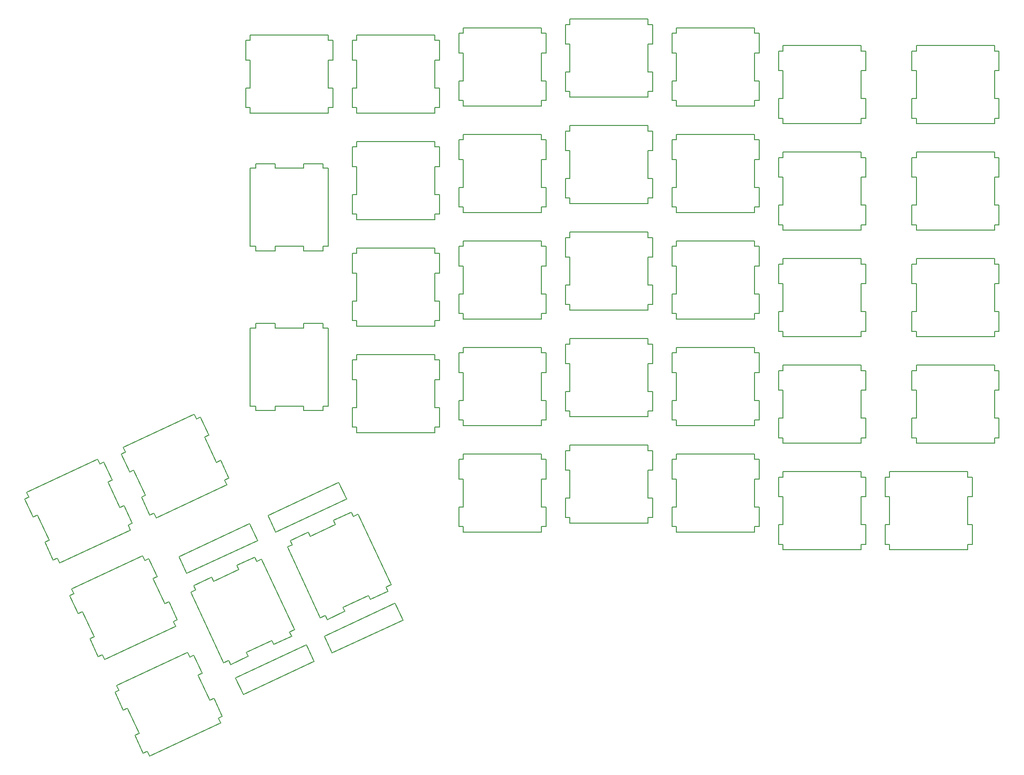
<source format=gbr>
G04 #@! TF.GenerationSoftware,KiCad,Pcbnew,5.1.5+dfsg1-2build2*
G04 #@! TF.CreationDate,2020-10-24T22:39:24+03:00*
G04 #@! TF.ProjectId,ErgoDOX,4572676f-444f-4582-9e6b-696361645f70,rev?*
G04 #@! TF.SameCoordinates,Original*
G04 #@! TF.FileFunction,Other,ECO2*
%FSLAX46Y46*%
G04 Gerber Fmt 4.6, Leading zero omitted, Abs format (unit mm)*
G04 Created by KiCad (PCBNEW 5.1.5+dfsg1-2build2) date 2020-10-24 22:39:24*
%MOMM*%
%LPD*%
G04 APERTURE LIST*
%ADD10C,0.152400*%
G04 APERTURE END LIST*
D10*
X81199854Y-138119710D02*
X82595339Y-141112338D01*
X82595339Y-141112338D02*
X69934220Y-147016315D01*
X69934220Y-147016315D02*
X68538734Y-144023687D01*
X68538734Y-144023687D02*
X81199854Y-138119710D01*
X91290287Y-159758715D02*
X92685773Y-162751343D01*
X92685773Y-162751343D02*
X80024653Y-168655320D01*
X80024653Y-168655320D02*
X78629168Y-165662692D01*
X78629168Y-165662692D02*
X91290287Y-159758715D01*
X64141486Y-176063050D02*
X62746001Y-173070422D01*
X62746001Y-173070422D02*
X75407120Y-167166445D01*
X75407120Y-167166445D02*
X76802606Y-170159073D01*
X76802606Y-170159073D02*
X64141486Y-176063050D01*
X54051053Y-154424045D02*
X52655567Y-151431417D01*
X52655567Y-151431417D02*
X65316687Y-145527440D01*
X65316687Y-145527440D02*
X66712172Y-148520068D01*
X66712172Y-148520068D02*
X54051053Y-154424045D01*
X184467500Y-79067660D02*
X198437500Y-79067660D01*
X198437500Y-79067660D02*
X198437500Y-80048100D01*
X198437500Y-80048100D02*
X199250300Y-80048100D01*
X199250300Y-80048100D02*
X199250300Y-83548220D01*
X199250300Y-83548220D02*
X198437500Y-83548220D01*
X198437500Y-83548220D02*
X198437500Y-88557100D01*
X198437500Y-88557100D02*
X199250300Y-88557100D01*
X199250300Y-88557100D02*
X199250300Y-92057220D01*
X199250300Y-92057220D02*
X198437500Y-92057220D01*
X198437500Y-92057220D02*
X198437500Y-93037660D01*
X198437500Y-93037660D02*
X184467500Y-93037660D01*
X184467500Y-93037660D02*
X184467500Y-92057220D01*
X184467500Y-92057220D02*
X183654700Y-92057220D01*
X183654700Y-92057220D02*
X183654700Y-88557100D01*
X183654700Y-88557100D02*
X184467500Y-88557100D01*
X184467500Y-88557100D02*
X184467500Y-83548220D01*
X184467500Y-83548220D02*
X183654700Y-83548220D01*
X183654700Y-83548220D02*
X183654700Y-80048100D01*
X183654700Y-80048100D02*
X184467500Y-80048100D01*
X184467500Y-80048100D02*
X184467500Y-79067660D01*
X184467500Y-117167660D02*
X198437500Y-117167660D01*
X198437500Y-117167660D02*
X198437500Y-118148100D01*
X198437500Y-118148100D02*
X199250300Y-118148100D01*
X199250300Y-118148100D02*
X199250300Y-121648220D01*
X199250300Y-121648220D02*
X198437500Y-121648220D01*
X198437500Y-121648220D02*
X198437500Y-126657100D01*
X198437500Y-126657100D02*
X199250300Y-126657100D01*
X199250300Y-126657100D02*
X199250300Y-130157220D01*
X199250300Y-130157220D02*
X198437500Y-130157220D01*
X198437500Y-130157220D02*
X198437500Y-131137660D01*
X198437500Y-131137660D02*
X184467500Y-131137660D01*
X184467500Y-131137660D02*
X184467500Y-130157220D01*
X184467500Y-130157220D02*
X183654700Y-130157220D01*
X183654700Y-130157220D02*
X183654700Y-126657100D01*
X183654700Y-126657100D02*
X184467500Y-126657100D01*
X184467500Y-126657100D02*
X184467500Y-121648220D01*
X184467500Y-121648220D02*
X183654700Y-121648220D01*
X183654700Y-121648220D02*
X183654700Y-118148100D01*
X183654700Y-118148100D02*
X184467500Y-118148100D01*
X184467500Y-118148100D02*
X184467500Y-117167660D01*
X184467500Y-60020200D02*
X198437500Y-60020200D01*
X198437500Y-60020200D02*
X198437500Y-61000640D01*
X198437500Y-61000640D02*
X199250300Y-61000640D01*
X199250300Y-61000640D02*
X199250300Y-64500760D01*
X199250300Y-64500760D02*
X198437500Y-64500760D01*
X198437500Y-64500760D02*
X198437500Y-69509640D01*
X198437500Y-69509640D02*
X199250300Y-69509640D01*
X199250300Y-69509640D02*
X199250300Y-73009760D01*
X199250300Y-73009760D02*
X198437500Y-73009760D01*
X198437500Y-73009760D02*
X198437500Y-73990200D01*
X198437500Y-73990200D02*
X184467500Y-73990200D01*
X184467500Y-73990200D02*
X184467500Y-73009760D01*
X184467500Y-73009760D02*
X183654700Y-73009760D01*
X183654700Y-73009760D02*
X183654700Y-69509640D01*
X183654700Y-69509640D02*
X184467500Y-69509640D01*
X184467500Y-69509640D02*
X184467500Y-64500760D01*
X184467500Y-64500760D02*
X183654700Y-64500760D01*
X183654700Y-64500760D02*
X183654700Y-61000640D01*
X183654700Y-61000640D02*
X184467500Y-61000640D01*
X184467500Y-61000640D02*
X184467500Y-60020200D01*
X184467500Y-98117660D02*
X198437500Y-98117660D01*
X198437500Y-98117660D02*
X198437500Y-99098100D01*
X198437500Y-99098100D02*
X199250300Y-99098100D01*
X199250300Y-99098100D02*
X199250300Y-102598220D01*
X199250300Y-102598220D02*
X198437500Y-102598220D01*
X198437500Y-102598220D02*
X198437500Y-107607100D01*
X198437500Y-107607100D02*
X199250300Y-107607100D01*
X199250300Y-107607100D02*
X199250300Y-111107220D01*
X199250300Y-111107220D02*
X198437500Y-111107220D01*
X198437500Y-111107220D02*
X198437500Y-112087660D01*
X198437500Y-112087660D02*
X184467500Y-112087660D01*
X184467500Y-112087660D02*
X184467500Y-111107220D01*
X184467500Y-111107220D02*
X183654700Y-111107220D01*
X183654700Y-111107220D02*
X183654700Y-107607100D01*
X183654700Y-107607100D02*
X184467500Y-107607100D01*
X184467500Y-107607100D02*
X184467500Y-102598220D01*
X184467500Y-102598220D02*
X183654700Y-102598220D01*
X183654700Y-102598220D02*
X183654700Y-99098100D01*
X183654700Y-99098100D02*
X184467500Y-99098100D01*
X184467500Y-99098100D02*
X184467500Y-98117660D01*
X84455000Y-58115200D02*
X98425000Y-58115200D01*
X98425000Y-58115200D02*
X98425000Y-59095640D01*
X98425000Y-59095640D02*
X99237800Y-59095640D01*
X99237800Y-59095640D02*
X99237800Y-62595760D01*
X99237800Y-62595760D02*
X98425000Y-62595760D01*
X98425000Y-62595760D02*
X98425000Y-67604640D01*
X98425000Y-67604640D02*
X99237800Y-67604640D01*
X99237800Y-67604640D02*
X99237800Y-71104760D01*
X99237800Y-71104760D02*
X98425000Y-71104760D01*
X98425000Y-71104760D02*
X98425000Y-72085200D01*
X98425000Y-72085200D02*
X84455000Y-72085200D01*
X84455000Y-72085200D02*
X84455000Y-71104760D01*
X84455000Y-71104760D02*
X83642200Y-71104760D01*
X83642200Y-71104760D02*
X83642200Y-67604640D01*
X83642200Y-67604640D02*
X84455000Y-67604640D01*
X84455000Y-67604640D02*
X84455000Y-62595760D01*
X84455000Y-62595760D02*
X83642200Y-62595760D01*
X83642200Y-62595760D02*
X83642200Y-59095640D01*
X83642200Y-59095640D02*
X84455000Y-59095640D01*
X84455000Y-59095640D02*
X84455000Y-58115200D01*
X141605000Y-75892660D02*
X155575000Y-75892660D01*
X155575000Y-75892660D02*
X155575000Y-76873100D01*
X155575000Y-76873100D02*
X156387800Y-76873100D01*
X156387800Y-76873100D02*
X156387800Y-80373220D01*
X156387800Y-80373220D02*
X155575000Y-80373220D01*
X155575000Y-80373220D02*
X155575000Y-85382100D01*
X155575000Y-85382100D02*
X156387800Y-85382100D01*
X156387800Y-85382100D02*
X156387800Y-88882220D01*
X156387800Y-88882220D02*
X155575000Y-88882220D01*
X155575000Y-88882220D02*
X155575000Y-89862660D01*
X155575000Y-89862660D02*
X141605000Y-89862660D01*
X141605000Y-89862660D02*
X141605000Y-88882220D01*
X141605000Y-88882220D02*
X140792200Y-88882220D01*
X140792200Y-88882220D02*
X140792200Y-85382100D01*
X140792200Y-85382100D02*
X141605000Y-85382100D01*
X141605000Y-85382100D02*
X141605000Y-80373220D01*
X141605000Y-80373220D02*
X140792200Y-80373220D01*
X140792200Y-80373220D02*
X140792200Y-76873100D01*
X140792200Y-76873100D02*
X141605000Y-76873100D01*
X141605000Y-76873100D02*
X141605000Y-75892660D01*
X60659909Y-170399828D02*
X54755932Y-157738709D01*
X54755932Y-157738709D02*
X55644512Y-157324357D01*
X55644512Y-157324357D02*
X55301008Y-156587710D01*
X55301008Y-156587710D02*
X58473194Y-155108495D01*
X58473194Y-155108495D02*
X58816698Y-155845142D01*
X58816698Y-155845142D02*
X63356285Y-153728298D01*
X63356285Y-153728298D02*
X63012781Y-152991651D01*
X63012781Y-152991651D02*
X66184967Y-151512436D01*
X66184967Y-151512436D02*
X66528471Y-152249083D01*
X66528471Y-152249083D02*
X67417051Y-151834732D01*
X67417051Y-151834732D02*
X73321028Y-164495851D01*
X73321028Y-164495851D02*
X72432448Y-164910203D01*
X72432448Y-164910203D02*
X72775952Y-165646850D01*
X72775952Y-165646850D02*
X69603766Y-167126065D01*
X69603766Y-167126065D02*
X69260262Y-166389418D01*
X69260262Y-166389418D02*
X64720675Y-168506262D01*
X64720675Y-168506262D02*
X65064179Y-169242909D01*
X65064179Y-169242909D02*
X61891993Y-170722124D01*
X61891993Y-170722124D02*
X61548489Y-169985477D01*
X61548489Y-169985477D02*
X60659909Y-170399828D01*
X77924289Y-162348028D02*
X72020312Y-149686909D01*
X72020312Y-149686909D02*
X72908892Y-149272557D01*
X72908892Y-149272557D02*
X72565388Y-148535910D01*
X72565388Y-148535910D02*
X75737574Y-147056695D01*
X75737574Y-147056695D02*
X76081078Y-147793342D01*
X76081078Y-147793342D02*
X80620665Y-145676498D01*
X80620665Y-145676498D02*
X80277161Y-144939851D01*
X80277161Y-144939851D02*
X83449347Y-143460636D01*
X83449347Y-143460636D02*
X83792851Y-144197283D01*
X83792851Y-144197283D02*
X84681431Y-143782932D01*
X84681431Y-143782932D02*
X90585408Y-156444051D01*
X90585408Y-156444051D02*
X89696828Y-156858403D01*
X89696828Y-156858403D02*
X90040332Y-157595050D01*
X90040332Y-157595050D02*
X86868146Y-159074265D01*
X86868146Y-159074265D02*
X86524642Y-158337618D01*
X86524642Y-158337618D02*
X81985055Y-160454462D01*
X81985055Y-160454462D02*
X82328559Y-161191109D01*
X82328559Y-161191109D02*
X79156373Y-162670324D01*
X79156373Y-162670324D02*
X78812869Y-161933677D01*
X78812869Y-161933677D02*
X77924289Y-162348028D01*
X103505000Y-133042660D02*
X117475000Y-133042660D01*
X117475000Y-133042660D02*
X117475000Y-134023100D01*
X117475000Y-134023100D02*
X118287800Y-134023100D01*
X118287800Y-134023100D02*
X118287800Y-137523220D01*
X118287800Y-137523220D02*
X117475000Y-137523220D01*
X117475000Y-137523220D02*
X117475000Y-142532100D01*
X117475000Y-142532100D02*
X118287800Y-142532100D01*
X118287800Y-142532100D02*
X118287800Y-146032220D01*
X118287800Y-146032220D02*
X117475000Y-146032220D01*
X117475000Y-146032220D02*
X117475000Y-147012660D01*
X117475000Y-147012660D02*
X103505000Y-147012660D01*
X103505000Y-147012660D02*
X103505000Y-146032220D01*
X103505000Y-146032220D02*
X102692200Y-146032220D01*
X102692200Y-146032220D02*
X102692200Y-142532100D01*
X102692200Y-142532100D02*
X103505000Y-142532100D01*
X103505000Y-142532100D02*
X103505000Y-137523220D01*
X103505000Y-137523220D02*
X102692200Y-137523220D01*
X102692200Y-137523220D02*
X102692200Y-134023100D01*
X102692200Y-134023100D02*
X103505000Y-134023100D01*
X103505000Y-134023100D02*
X103505000Y-133042660D01*
X122555000Y-131445000D02*
X136525000Y-131445000D01*
X136525000Y-131445000D02*
X136525000Y-132425440D01*
X136525000Y-132425440D02*
X137337800Y-132425440D01*
X137337800Y-132425440D02*
X137337800Y-135925560D01*
X137337800Y-135925560D02*
X136525000Y-135925560D01*
X136525000Y-135925560D02*
X136525000Y-140934440D01*
X136525000Y-140934440D02*
X137337800Y-140934440D01*
X137337800Y-140934440D02*
X137337800Y-144434560D01*
X137337800Y-144434560D02*
X136525000Y-144434560D01*
X136525000Y-144434560D02*
X136525000Y-145415000D01*
X136525000Y-145415000D02*
X122555000Y-145415000D01*
X122555000Y-145415000D02*
X122555000Y-144434560D01*
X122555000Y-144434560D02*
X121742200Y-144434560D01*
X121742200Y-144434560D02*
X121742200Y-140934440D01*
X121742200Y-140934440D02*
X122555000Y-140934440D01*
X122555000Y-140934440D02*
X122555000Y-135925560D01*
X122555000Y-135925560D02*
X121742200Y-135925560D01*
X121742200Y-135925560D02*
X121742200Y-132425440D01*
X121742200Y-132425440D02*
X122555000Y-132425440D01*
X122555000Y-132425440D02*
X122555000Y-131445000D01*
X160655000Y-136217660D02*
X174625000Y-136217660D01*
X174625000Y-136217660D02*
X174625000Y-137198100D01*
X174625000Y-137198100D02*
X175437800Y-137198100D01*
X175437800Y-137198100D02*
X175437800Y-140698220D01*
X175437800Y-140698220D02*
X174625000Y-140698220D01*
X174625000Y-140698220D02*
X174625000Y-145707100D01*
X174625000Y-145707100D02*
X175437800Y-145707100D01*
X175437800Y-145707100D02*
X175437800Y-149207220D01*
X175437800Y-149207220D02*
X174625000Y-149207220D01*
X174625000Y-149207220D02*
X174625000Y-150187660D01*
X174625000Y-150187660D02*
X160655000Y-150187660D01*
X160655000Y-150187660D02*
X160655000Y-149207220D01*
X160655000Y-149207220D02*
X159842200Y-149207220D01*
X159842200Y-149207220D02*
X159842200Y-145707100D01*
X159842200Y-145707100D02*
X160655000Y-145707100D01*
X160655000Y-145707100D02*
X160655000Y-140698220D01*
X160655000Y-140698220D02*
X159842200Y-140698220D01*
X159842200Y-140698220D02*
X159842200Y-137198100D01*
X159842200Y-137198100D02*
X160655000Y-137198100D01*
X160655000Y-137198100D02*
X160655000Y-136217660D01*
X84455000Y-115262660D02*
X98425000Y-115262660D01*
X98425000Y-115262660D02*
X98425000Y-116243100D01*
X98425000Y-116243100D02*
X99237800Y-116243100D01*
X99237800Y-116243100D02*
X99237800Y-119743220D01*
X99237800Y-119743220D02*
X98425000Y-119743220D01*
X98425000Y-119743220D02*
X98425000Y-124752100D01*
X98425000Y-124752100D02*
X99237800Y-124752100D01*
X99237800Y-124752100D02*
X99237800Y-128252220D01*
X99237800Y-128252220D02*
X98425000Y-128252220D01*
X98425000Y-128252220D02*
X98425000Y-129232660D01*
X98425000Y-129232660D02*
X84455000Y-129232660D01*
X84455000Y-129232660D02*
X84455000Y-128252220D01*
X84455000Y-128252220D02*
X83642200Y-128252220D01*
X83642200Y-128252220D02*
X83642200Y-124752100D01*
X83642200Y-124752100D02*
X84455000Y-124752100D01*
X84455000Y-124752100D02*
X84455000Y-119743220D01*
X84455000Y-119743220D02*
X83642200Y-119743220D01*
X83642200Y-119743220D02*
X83642200Y-116243100D01*
X83642200Y-116243100D02*
X84455000Y-116243100D01*
X84455000Y-116243100D02*
X84455000Y-115262660D01*
X103505000Y-113992660D02*
X117475000Y-113992660D01*
X117475000Y-113992660D02*
X117475000Y-114973100D01*
X117475000Y-114973100D02*
X118287800Y-114973100D01*
X118287800Y-114973100D02*
X118287800Y-118473220D01*
X118287800Y-118473220D02*
X117475000Y-118473220D01*
X117475000Y-118473220D02*
X117475000Y-123482100D01*
X117475000Y-123482100D02*
X118287800Y-123482100D01*
X118287800Y-123482100D02*
X118287800Y-126982220D01*
X118287800Y-126982220D02*
X117475000Y-126982220D01*
X117475000Y-126982220D02*
X117475000Y-127962660D01*
X117475000Y-127962660D02*
X103505000Y-127962660D01*
X103505000Y-127962660D02*
X103505000Y-126982220D01*
X103505000Y-126982220D02*
X102692200Y-126982220D01*
X102692200Y-126982220D02*
X102692200Y-123482100D01*
X102692200Y-123482100D02*
X103505000Y-123482100D01*
X103505000Y-123482100D02*
X103505000Y-118473220D01*
X103505000Y-118473220D02*
X102692200Y-118473220D01*
X102692200Y-118473220D02*
X102692200Y-114973100D01*
X102692200Y-114973100D02*
X103505000Y-114973100D01*
X103505000Y-114973100D02*
X103505000Y-113992660D01*
X122555000Y-112395000D02*
X136525000Y-112395000D01*
X136525000Y-112395000D02*
X136525000Y-113375440D01*
X136525000Y-113375440D02*
X137337800Y-113375440D01*
X137337800Y-113375440D02*
X137337800Y-116875560D01*
X137337800Y-116875560D02*
X136525000Y-116875560D01*
X136525000Y-116875560D02*
X136525000Y-121884440D01*
X136525000Y-121884440D02*
X137337800Y-121884440D01*
X137337800Y-121884440D02*
X137337800Y-125384560D01*
X137337800Y-125384560D02*
X136525000Y-125384560D01*
X136525000Y-125384560D02*
X136525000Y-126365000D01*
X136525000Y-126365000D02*
X122555000Y-126365000D01*
X122555000Y-126365000D02*
X122555000Y-125384560D01*
X122555000Y-125384560D02*
X121742200Y-125384560D01*
X121742200Y-125384560D02*
X121742200Y-121884440D01*
X121742200Y-121884440D02*
X122555000Y-121884440D01*
X122555000Y-121884440D02*
X122555000Y-116875560D01*
X122555000Y-116875560D02*
X121742200Y-116875560D01*
X121742200Y-116875560D02*
X121742200Y-113375440D01*
X121742200Y-113375440D02*
X122555000Y-113375440D01*
X122555000Y-113375440D02*
X122555000Y-112395000D01*
X141605000Y-113992660D02*
X155575000Y-113992660D01*
X155575000Y-113992660D02*
X155575000Y-114973100D01*
X155575000Y-114973100D02*
X156387800Y-114973100D01*
X156387800Y-114973100D02*
X156387800Y-118473220D01*
X156387800Y-118473220D02*
X155575000Y-118473220D01*
X155575000Y-118473220D02*
X155575000Y-123482100D01*
X155575000Y-123482100D02*
X156387800Y-123482100D01*
X156387800Y-123482100D02*
X156387800Y-126982220D01*
X156387800Y-126982220D02*
X155575000Y-126982220D01*
X155575000Y-126982220D02*
X155575000Y-127962660D01*
X155575000Y-127962660D02*
X141605000Y-127962660D01*
X141605000Y-127962660D02*
X141605000Y-126982220D01*
X141605000Y-126982220D02*
X140792200Y-126982220D01*
X140792200Y-126982220D02*
X140792200Y-123482100D01*
X140792200Y-123482100D02*
X141605000Y-123482100D01*
X141605000Y-123482100D02*
X141605000Y-118473220D01*
X141605000Y-118473220D02*
X140792200Y-118473220D01*
X140792200Y-118473220D02*
X140792200Y-114973100D01*
X140792200Y-114973100D02*
X141605000Y-114973100D01*
X141605000Y-114973100D02*
X141605000Y-113992660D01*
X160655000Y-117167660D02*
X174625000Y-117167660D01*
X174625000Y-117167660D02*
X174625000Y-118148100D01*
X174625000Y-118148100D02*
X175437800Y-118148100D01*
X175437800Y-118148100D02*
X175437800Y-121648220D01*
X175437800Y-121648220D02*
X174625000Y-121648220D01*
X174625000Y-121648220D02*
X174625000Y-126657100D01*
X174625000Y-126657100D02*
X175437800Y-126657100D01*
X175437800Y-126657100D02*
X175437800Y-130157220D01*
X175437800Y-130157220D02*
X174625000Y-130157220D01*
X174625000Y-130157220D02*
X174625000Y-131137660D01*
X174625000Y-131137660D02*
X160655000Y-131137660D01*
X160655000Y-131137660D02*
X160655000Y-130157220D01*
X160655000Y-130157220D02*
X159842200Y-130157220D01*
X159842200Y-130157220D02*
X159842200Y-126657100D01*
X159842200Y-126657100D02*
X160655000Y-126657100D01*
X160655000Y-126657100D02*
X160655000Y-121648220D01*
X160655000Y-121648220D02*
X159842200Y-121648220D01*
X159842200Y-121648220D02*
X159842200Y-118148100D01*
X159842200Y-118148100D02*
X160655000Y-118148100D01*
X160655000Y-118148100D02*
X160655000Y-117167660D01*
X84455000Y-96212660D02*
X98425000Y-96212660D01*
X98425000Y-96212660D02*
X98425000Y-97193100D01*
X98425000Y-97193100D02*
X99237800Y-97193100D01*
X99237800Y-97193100D02*
X99237800Y-100693220D01*
X99237800Y-100693220D02*
X98425000Y-100693220D01*
X98425000Y-100693220D02*
X98425000Y-105702100D01*
X98425000Y-105702100D02*
X99237800Y-105702100D01*
X99237800Y-105702100D02*
X99237800Y-109202220D01*
X99237800Y-109202220D02*
X98425000Y-109202220D01*
X98425000Y-109202220D02*
X98425000Y-110182660D01*
X98425000Y-110182660D02*
X84455000Y-110182660D01*
X84455000Y-110182660D02*
X84455000Y-109202220D01*
X84455000Y-109202220D02*
X83642200Y-109202220D01*
X83642200Y-109202220D02*
X83642200Y-105702100D01*
X83642200Y-105702100D02*
X84455000Y-105702100D01*
X84455000Y-105702100D02*
X84455000Y-100693220D01*
X84455000Y-100693220D02*
X83642200Y-100693220D01*
X83642200Y-100693220D02*
X83642200Y-97193100D01*
X83642200Y-97193100D02*
X84455000Y-97193100D01*
X84455000Y-97193100D02*
X84455000Y-96212660D01*
X103505000Y-94942660D02*
X117475000Y-94942660D01*
X117475000Y-94942660D02*
X117475000Y-95923100D01*
X117475000Y-95923100D02*
X118287800Y-95923100D01*
X118287800Y-95923100D02*
X118287800Y-99423220D01*
X118287800Y-99423220D02*
X117475000Y-99423220D01*
X117475000Y-99423220D02*
X117475000Y-104432100D01*
X117475000Y-104432100D02*
X118287800Y-104432100D01*
X118287800Y-104432100D02*
X118287800Y-107932220D01*
X118287800Y-107932220D02*
X117475000Y-107932220D01*
X117475000Y-107932220D02*
X117475000Y-108912660D01*
X117475000Y-108912660D02*
X103505000Y-108912660D01*
X103505000Y-108912660D02*
X103505000Y-107932220D01*
X103505000Y-107932220D02*
X102692200Y-107932220D01*
X102692200Y-107932220D02*
X102692200Y-104432100D01*
X102692200Y-104432100D02*
X103505000Y-104432100D01*
X103505000Y-104432100D02*
X103505000Y-99423220D01*
X103505000Y-99423220D02*
X102692200Y-99423220D01*
X102692200Y-99423220D02*
X102692200Y-95923100D01*
X102692200Y-95923100D02*
X103505000Y-95923100D01*
X103505000Y-95923100D02*
X103505000Y-94942660D01*
X122555000Y-93345000D02*
X136525000Y-93345000D01*
X136525000Y-93345000D02*
X136525000Y-94325440D01*
X136525000Y-94325440D02*
X137337800Y-94325440D01*
X137337800Y-94325440D02*
X137337800Y-97825560D01*
X137337800Y-97825560D02*
X136525000Y-97825560D01*
X136525000Y-97825560D02*
X136525000Y-102834440D01*
X136525000Y-102834440D02*
X137337800Y-102834440D01*
X137337800Y-102834440D02*
X137337800Y-106334560D01*
X137337800Y-106334560D02*
X136525000Y-106334560D01*
X136525000Y-106334560D02*
X136525000Y-107315000D01*
X136525000Y-107315000D02*
X122555000Y-107315000D01*
X122555000Y-107315000D02*
X122555000Y-106334560D01*
X122555000Y-106334560D02*
X121742200Y-106334560D01*
X121742200Y-106334560D02*
X121742200Y-102834440D01*
X121742200Y-102834440D02*
X122555000Y-102834440D01*
X122555000Y-102834440D02*
X122555000Y-97825560D01*
X122555000Y-97825560D02*
X121742200Y-97825560D01*
X121742200Y-97825560D02*
X121742200Y-94325440D01*
X121742200Y-94325440D02*
X122555000Y-94325440D01*
X122555000Y-94325440D02*
X122555000Y-93345000D01*
X141605000Y-94942660D02*
X155575000Y-94942660D01*
X155575000Y-94942660D02*
X155575000Y-95923100D01*
X155575000Y-95923100D02*
X156387800Y-95923100D01*
X156387800Y-95923100D02*
X156387800Y-99423220D01*
X156387800Y-99423220D02*
X155575000Y-99423220D01*
X155575000Y-99423220D02*
X155575000Y-104432100D01*
X155575000Y-104432100D02*
X156387800Y-104432100D01*
X156387800Y-104432100D02*
X156387800Y-107932220D01*
X156387800Y-107932220D02*
X155575000Y-107932220D01*
X155575000Y-107932220D02*
X155575000Y-108912660D01*
X155575000Y-108912660D02*
X141605000Y-108912660D01*
X141605000Y-108912660D02*
X141605000Y-107932220D01*
X141605000Y-107932220D02*
X140792200Y-107932220D01*
X140792200Y-107932220D02*
X140792200Y-104432100D01*
X140792200Y-104432100D02*
X141605000Y-104432100D01*
X141605000Y-104432100D02*
X141605000Y-99423220D01*
X141605000Y-99423220D02*
X140792200Y-99423220D01*
X140792200Y-99423220D02*
X140792200Y-95923100D01*
X140792200Y-95923100D02*
X141605000Y-95923100D01*
X141605000Y-95923100D02*
X141605000Y-94942660D01*
X103505000Y-75892660D02*
X117475000Y-75892660D01*
X117475000Y-75892660D02*
X117475000Y-76873100D01*
X117475000Y-76873100D02*
X118287800Y-76873100D01*
X118287800Y-76873100D02*
X118287800Y-80373220D01*
X118287800Y-80373220D02*
X117475000Y-80373220D01*
X117475000Y-80373220D02*
X117475000Y-85382100D01*
X117475000Y-85382100D02*
X118287800Y-85382100D01*
X118287800Y-85382100D02*
X118287800Y-88882220D01*
X118287800Y-88882220D02*
X117475000Y-88882220D01*
X117475000Y-88882220D02*
X117475000Y-89862660D01*
X117475000Y-89862660D02*
X103505000Y-89862660D01*
X103505000Y-89862660D02*
X103505000Y-88882220D01*
X103505000Y-88882220D02*
X102692200Y-88882220D01*
X102692200Y-88882220D02*
X102692200Y-85382100D01*
X102692200Y-85382100D02*
X103505000Y-85382100D01*
X103505000Y-85382100D02*
X103505000Y-80373220D01*
X103505000Y-80373220D02*
X102692200Y-80373220D01*
X102692200Y-80373220D02*
X102692200Y-76873100D01*
X102692200Y-76873100D02*
X103505000Y-76873100D01*
X103505000Y-76873100D02*
X103505000Y-75892660D01*
X122555000Y-74295000D02*
X136525000Y-74295000D01*
X136525000Y-74295000D02*
X136525000Y-75275440D01*
X136525000Y-75275440D02*
X137337800Y-75275440D01*
X137337800Y-75275440D02*
X137337800Y-78775560D01*
X137337800Y-78775560D02*
X136525000Y-78775560D01*
X136525000Y-78775560D02*
X136525000Y-83784440D01*
X136525000Y-83784440D02*
X137337800Y-83784440D01*
X137337800Y-83784440D02*
X137337800Y-87284560D01*
X137337800Y-87284560D02*
X136525000Y-87284560D01*
X136525000Y-87284560D02*
X136525000Y-88265000D01*
X136525000Y-88265000D02*
X122555000Y-88265000D01*
X122555000Y-88265000D02*
X122555000Y-87284560D01*
X122555000Y-87284560D02*
X121742200Y-87284560D01*
X121742200Y-87284560D02*
X121742200Y-83784440D01*
X121742200Y-83784440D02*
X122555000Y-83784440D01*
X122555000Y-83784440D02*
X122555000Y-78775560D01*
X122555000Y-78775560D02*
X121742200Y-78775560D01*
X121742200Y-78775560D02*
X121742200Y-75275440D01*
X121742200Y-75275440D02*
X122555000Y-75275440D01*
X122555000Y-75275440D02*
X122555000Y-74295000D01*
X160655000Y-79067660D02*
X174625000Y-79067660D01*
X174625000Y-79067660D02*
X174625000Y-80048100D01*
X174625000Y-80048100D02*
X175437800Y-80048100D01*
X175437800Y-80048100D02*
X175437800Y-83548220D01*
X175437800Y-83548220D02*
X174625000Y-83548220D01*
X174625000Y-83548220D02*
X174625000Y-88557100D01*
X174625000Y-88557100D02*
X175437800Y-88557100D01*
X175437800Y-88557100D02*
X175437800Y-92057220D01*
X175437800Y-92057220D02*
X174625000Y-92057220D01*
X174625000Y-92057220D02*
X174625000Y-93037660D01*
X174625000Y-93037660D02*
X160655000Y-93037660D01*
X160655000Y-93037660D02*
X160655000Y-92057220D01*
X160655000Y-92057220D02*
X159842200Y-92057220D01*
X159842200Y-92057220D02*
X159842200Y-88557100D01*
X159842200Y-88557100D02*
X160655000Y-88557100D01*
X160655000Y-88557100D02*
X160655000Y-83548220D01*
X160655000Y-83548220D02*
X159842200Y-83548220D01*
X159842200Y-83548220D02*
X159842200Y-80048100D01*
X159842200Y-80048100D02*
X160655000Y-80048100D01*
X160655000Y-80048100D02*
X160655000Y-79067660D01*
X141605000Y-133042660D02*
X155575000Y-133042660D01*
X155575000Y-133042660D02*
X155575000Y-134023100D01*
X155575000Y-134023100D02*
X156387800Y-134023100D01*
X156387800Y-134023100D02*
X156387800Y-137523220D01*
X156387800Y-137523220D02*
X155575000Y-137523220D01*
X155575000Y-137523220D02*
X155575000Y-142532100D01*
X155575000Y-142532100D02*
X156387800Y-142532100D01*
X156387800Y-142532100D02*
X156387800Y-146032220D01*
X156387800Y-146032220D02*
X155575000Y-146032220D01*
X155575000Y-146032220D02*
X155575000Y-147012660D01*
X155575000Y-147012660D02*
X141605000Y-147012660D01*
X141605000Y-147012660D02*
X141605000Y-146032220D01*
X141605000Y-146032220D02*
X140792200Y-146032220D01*
X140792200Y-146032220D02*
X140792200Y-142532100D01*
X140792200Y-142532100D02*
X141605000Y-142532100D01*
X141605000Y-142532100D02*
X141605000Y-137523220D01*
X141605000Y-137523220D02*
X140792200Y-137523220D01*
X140792200Y-137523220D02*
X140792200Y-134023100D01*
X140792200Y-134023100D02*
X141605000Y-134023100D01*
X141605000Y-134023100D02*
X141605000Y-133042660D01*
X103505000Y-56842660D02*
X117475000Y-56842660D01*
X117475000Y-56842660D02*
X117475000Y-57823100D01*
X117475000Y-57823100D02*
X118287800Y-57823100D01*
X118287800Y-57823100D02*
X118287800Y-61323220D01*
X118287800Y-61323220D02*
X117475000Y-61323220D01*
X117475000Y-61323220D02*
X117475000Y-66332100D01*
X117475000Y-66332100D02*
X118287800Y-66332100D01*
X118287800Y-66332100D02*
X118287800Y-69832220D01*
X118287800Y-69832220D02*
X117475000Y-69832220D01*
X117475000Y-69832220D02*
X117475000Y-70812660D01*
X117475000Y-70812660D02*
X103505000Y-70812660D01*
X103505000Y-70812660D02*
X103505000Y-69832220D01*
X103505000Y-69832220D02*
X102692200Y-69832220D01*
X102692200Y-69832220D02*
X102692200Y-66332100D01*
X102692200Y-66332100D02*
X103505000Y-66332100D01*
X103505000Y-66332100D02*
X103505000Y-61323220D01*
X103505000Y-61323220D02*
X102692200Y-61323220D01*
X102692200Y-61323220D02*
X102692200Y-57823100D01*
X102692200Y-57823100D02*
X103505000Y-57823100D01*
X103505000Y-57823100D02*
X103505000Y-56842660D01*
X122555000Y-55245000D02*
X136525000Y-55245000D01*
X136525000Y-55245000D02*
X136525000Y-56225440D01*
X136525000Y-56225440D02*
X137337800Y-56225440D01*
X137337800Y-56225440D02*
X137337800Y-59725560D01*
X137337800Y-59725560D02*
X136525000Y-59725560D01*
X136525000Y-59725560D02*
X136525000Y-64734440D01*
X136525000Y-64734440D02*
X137337800Y-64734440D01*
X137337800Y-64734440D02*
X137337800Y-68234560D01*
X137337800Y-68234560D02*
X136525000Y-68234560D01*
X136525000Y-68234560D02*
X136525000Y-69215000D01*
X136525000Y-69215000D02*
X122555000Y-69215000D01*
X122555000Y-69215000D02*
X122555000Y-68234560D01*
X122555000Y-68234560D02*
X121742200Y-68234560D01*
X121742200Y-68234560D02*
X121742200Y-64734440D01*
X121742200Y-64734440D02*
X122555000Y-64734440D01*
X122555000Y-64734440D02*
X122555000Y-59725560D01*
X122555000Y-59725560D02*
X121742200Y-59725560D01*
X121742200Y-59725560D02*
X121742200Y-56225440D01*
X121742200Y-56225440D02*
X122555000Y-56225440D01*
X122555000Y-56225440D02*
X122555000Y-55245000D01*
X141605000Y-56842660D02*
X155575000Y-56842660D01*
X155575000Y-56842660D02*
X155575000Y-57823100D01*
X155575000Y-57823100D02*
X156387800Y-57823100D01*
X156387800Y-57823100D02*
X156387800Y-61323220D01*
X156387800Y-61323220D02*
X155575000Y-61323220D01*
X155575000Y-61323220D02*
X155575000Y-66332100D01*
X155575000Y-66332100D02*
X156387800Y-66332100D01*
X156387800Y-66332100D02*
X156387800Y-69832220D01*
X156387800Y-69832220D02*
X155575000Y-69832220D01*
X155575000Y-69832220D02*
X155575000Y-70812660D01*
X155575000Y-70812660D02*
X141605000Y-70812660D01*
X141605000Y-70812660D02*
X141605000Y-69832220D01*
X141605000Y-69832220D02*
X140792200Y-69832220D01*
X140792200Y-69832220D02*
X140792200Y-66332100D01*
X140792200Y-66332100D02*
X141605000Y-66332100D01*
X141605000Y-66332100D02*
X141605000Y-61323220D01*
X141605000Y-61323220D02*
X140792200Y-61323220D01*
X140792200Y-61323220D02*
X140792200Y-57823100D01*
X140792200Y-57823100D02*
X141605000Y-57823100D01*
X141605000Y-57823100D02*
X141605000Y-56842660D01*
X160655000Y-60020200D02*
X174625000Y-60020200D01*
X174625000Y-60020200D02*
X174625000Y-61000640D01*
X174625000Y-61000640D02*
X175437800Y-61000640D01*
X175437800Y-61000640D02*
X175437800Y-64500760D01*
X175437800Y-64500760D02*
X174625000Y-64500760D01*
X174625000Y-64500760D02*
X174625000Y-69509640D01*
X174625000Y-69509640D02*
X175437800Y-69509640D01*
X175437800Y-69509640D02*
X175437800Y-73009760D01*
X175437800Y-73009760D02*
X174625000Y-73009760D01*
X174625000Y-73009760D02*
X174625000Y-73990200D01*
X174625000Y-73990200D02*
X160655000Y-73990200D01*
X160655000Y-73990200D02*
X160655000Y-73009760D01*
X160655000Y-73009760D02*
X159842200Y-73009760D01*
X159842200Y-73009760D02*
X159842200Y-69509640D01*
X159842200Y-69509640D02*
X160655000Y-69509640D01*
X160655000Y-69509640D02*
X160655000Y-64500760D01*
X160655000Y-64500760D02*
X159842200Y-64500760D01*
X159842200Y-64500760D02*
X159842200Y-61000640D01*
X159842200Y-61000640D02*
X160655000Y-61000640D01*
X160655000Y-61000640D02*
X160655000Y-60020200D01*
X42680772Y-131840869D02*
X55341891Y-125936892D01*
X55341891Y-125936892D02*
X55756243Y-126825472D01*
X55756243Y-126825472D02*
X56492890Y-126481968D01*
X56492890Y-126481968D02*
X57972105Y-129654154D01*
X57972105Y-129654154D02*
X57235458Y-129997658D01*
X57235458Y-129997658D02*
X59352302Y-134537245D01*
X59352302Y-134537245D02*
X60088949Y-134193741D01*
X60088949Y-134193741D02*
X61568164Y-137365927D01*
X61568164Y-137365927D02*
X60831517Y-137709431D01*
X60831517Y-137709431D02*
X61245868Y-138598011D01*
X61245868Y-138598011D02*
X48584749Y-144501988D01*
X48584749Y-144501988D02*
X48170397Y-143613408D01*
X48170397Y-143613408D02*
X47433750Y-143956912D01*
X47433750Y-143956912D02*
X45954535Y-140784726D01*
X45954535Y-140784726D02*
X46691182Y-140441222D01*
X46691182Y-140441222D02*
X44574338Y-135901635D01*
X44574338Y-135901635D02*
X43837691Y-136245139D01*
X43837691Y-136245139D02*
X42358476Y-133072953D01*
X42358476Y-133072953D02*
X43095123Y-132729449D01*
X43095123Y-132729449D02*
X42680772Y-131840869D01*
X25416392Y-139890129D02*
X38077511Y-133986152D01*
X38077511Y-133986152D02*
X38491863Y-134874732D01*
X38491863Y-134874732D02*
X39228510Y-134531228D01*
X39228510Y-134531228D02*
X40707725Y-137703414D01*
X40707725Y-137703414D02*
X39971078Y-138046918D01*
X39971078Y-138046918D02*
X42087922Y-142586505D01*
X42087922Y-142586505D02*
X42824569Y-142243001D01*
X42824569Y-142243001D02*
X44303784Y-145415187D01*
X44303784Y-145415187D02*
X43567137Y-145758691D01*
X43567137Y-145758691D02*
X43981488Y-146647271D01*
X43981488Y-146647271D02*
X31320369Y-152551248D01*
X31320369Y-152551248D02*
X30906017Y-151662668D01*
X30906017Y-151662668D02*
X30169370Y-152006172D01*
X30169370Y-152006172D02*
X28690155Y-148833986D01*
X28690155Y-148833986D02*
X29426802Y-148490482D01*
X29426802Y-148490482D02*
X27309958Y-143950895D01*
X27309958Y-143950895D02*
X26573311Y-144294399D01*
X26573311Y-144294399D02*
X25094096Y-141122213D01*
X25094096Y-141122213D02*
X25830743Y-140778709D01*
X25830743Y-140778709D02*
X25416392Y-139890129D01*
X41517452Y-174421429D02*
X54178571Y-168517452D01*
X54178571Y-168517452D02*
X54592923Y-169406032D01*
X54592923Y-169406032D02*
X55329570Y-169062528D01*
X55329570Y-169062528D02*
X56808785Y-172234714D01*
X56808785Y-172234714D02*
X56072138Y-172578218D01*
X56072138Y-172578218D02*
X58188982Y-177117805D01*
X58188982Y-177117805D02*
X58925629Y-176774301D01*
X58925629Y-176774301D02*
X60404844Y-179946487D01*
X60404844Y-179946487D02*
X59668197Y-180289991D01*
X59668197Y-180289991D02*
X60082548Y-181178571D01*
X60082548Y-181178571D02*
X47421429Y-187082548D01*
X47421429Y-187082548D02*
X47007077Y-186193968D01*
X47007077Y-186193968D02*
X46270430Y-186537472D01*
X46270430Y-186537472D02*
X44791215Y-183365286D01*
X44791215Y-183365286D02*
X45527862Y-183021782D01*
X45527862Y-183021782D02*
X43411018Y-178482195D01*
X43411018Y-178482195D02*
X42674371Y-178825699D01*
X42674371Y-178825699D02*
X41195156Y-175653513D01*
X41195156Y-175653513D02*
X41931803Y-175310009D01*
X41931803Y-175310009D02*
X41517452Y-174421429D01*
X33465652Y-157154509D02*
X46126771Y-151250532D01*
X46126771Y-151250532D02*
X46541123Y-152139112D01*
X46541123Y-152139112D02*
X47277770Y-151795608D01*
X47277770Y-151795608D02*
X48756985Y-154967794D01*
X48756985Y-154967794D02*
X48020338Y-155311298D01*
X48020338Y-155311298D02*
X50137182Y-159850885D01*
X50137182Y-159850885D02*
X50873829Y-159507381D01*
X50873829Y-159507381D02*
X52353044Y-162679567D01*
X52353044Y-162679567D02*
X51616397Y-163023071D01*
X51616397Y-163023071D02*
X52030748Y-163911651D01*
X52030748Y-163911651D02*
X39369629Y-169815628D01*
X39369629Y-169815628D02*
X38955277Y-168927048D01*
X38955277Y-168927048D02*
X38218630Y-169270552D01*
X38218630Y-169270552D02*
X36739415Y-166098366D01*
X36739415Y-166098366D02*
X37476062Y-165754862D01*
X37476062Y-165754862D02*
X35359218Y-161215275D01*
X35359218Y-161215275D02*
X34622571Y-161558779D01*
X34622571Y-161558779D02*
X33143356Y-158386593D01*
X33143356Y-158386593D02*
X33880003Y-158043089D01*
X33880003Y-158043089D02*
X33465652Y-157154509D01*
X84455000Y-77162660D02*
X98425000Y-77162660D01*
X98425000Y-77162660D02*
X98425000Y-78143100D01*
X98425000Y-78143100D02*
X99237800Y-78143100D01*
X99237800Y-78143100D02*
X99237800Y-81643220D01*
X99237800Y-81643220D02*
X98425000Y-81643220D01*
X98425000Y-81643220D02*
X98425000Y-86652100D01*
X98425000Y-86652100D02*
X99237800Y-86652100D01*
X99237800Y-86652100D02*
X99237800Y-90152220D01*
X99237800Y-90152220D02*
X98425000Y-90152220D01*
X98425000Y-90152220D02*
X98425000Y-91132660D01*
X98425000Y-91132660D02*
X84455000Y-91132660D01*
X84455000Y-91132660D02*
X84455000Y-90152220D01*
X84455000Y-90152220D02*
X83642200Y-90152220D01*
X83642200Y-90152220D02*
X83642200Y-86652100D01*
X83642200Y-86652100D02*
X84455000Y-86652100D01*
X84455000Y-86652100D02*
X84455000Y-81643220D01*
X84455000Y-81643220D02*
X83642200Y-81643220D01*
X83642200Y-81643220D02*
X83642200Y-78143100D01*
X83642200Y-78143100D02*
X84455000Y-78143100D01*
X84455000Y-78143100D02*
X84455000Y-77162660D01*
X179705000Y-136217660D02*
X193675000Y-136217660D01*
X193675000Y-136217660D02*
X193675000Y-137198100D01*
X193675000Y-137198100D02*
X194487800Y-137198100D01*
X194487800Y-137198100D02*
X194487800Y-140698220D01*
X194487800Y-140698220D02*
X193675000Y-140698220D01*
X193675000Y-140698220D02*
X193675000Y-145707100D01*
X193675000Y-145707100D02*
X194487800Y-145707100D01*
X194487800Y-145707100D02*
X194487800Y-149207220D01*
X194487800Y-149207220D02*
X193675000Y-149207220D01*
X193675000Y-149207220D02*
X193675000Y-150187660D01*
X193675000Y-150187660D02*
X179705000Y-150187660D01*
X179705000Y-150187660D02*
X179705000Y-149207220D01*
X179705000Y-149207220D02*
X178892200Y-149207220D01*
X178892200Y-149207220D02*
X178892200Y-145707100D01*
X178892200Y-145707100D02*
X179705000Y-145707100D01*
X179705000Y-145707100D02*
X179705000Y-140698220D01*
X179705000Y-140698220D02*
X178892200Y-140698220D01*
X178892200Y-140698220D02*
X178892200Y-137198100D01*
X178892200Y-137198100D02*
X179705000Y-137198100D01*
X179705000Y-137198100D02*
X179705000Y-136217660D01*
X65405000Y-124470160D02*
X65405000Y-110500160D01*
X65405000Y-110500160D02*
X66385440Y-110500160D01*
X66385440Y-110500160D02*
X66385440Y-109687360D01*
X66385440Y-109687360D02*
X69885560Y-109687360D01*
X69885560Y-109687360D02*
X69885560Y-110500160D01*
X69885560Y-110500160D02*
X74894440Y-110500160D01*
X74894440Y-110500160D02*
X74894440Y-109687360D01*
X74894440Y-109687360D02*
X78394560Y-109687360D01*
X78394560Y-109687360D02*
X78394560Y-110500160D01*
X78394560Y-110500160D02*
X79375000Y-110500160D01*
X79375000Y-110500160D02*
X79375000Y-124470160D01*
X79375000Y-124470160D02*
X78394560Y-124470160D01*
X78394560Y-124470160D02*
X78394560Y-125282960D01*
X78394560Y-125282960D02*
X74894440Y-125282960D01*
X74894440Y-125282960D02*
X74894440Y-124470160D01*
X74894440Y-124470160D02*
X69885560Y-124470160D01*
X69885560Y-124470160D02*
X69885560Y-125282960D01*
X69885560Y-125282960D02*
X66385440Y-125282960D01*
X66385440Y-125282960D02*
X66385440Y-124470160D01*
X66385440Y-124470160D02*
X65405000Y-124470160D01*
X65405000Y-95895160D02*
X65405000Y-81925160D01*
X65405000Y-81925160D02*
X66385440Y-81925160D01*
X66385440Y-81925160D02*
X66385440Y-81112360D01*
X66385440Y-81112360D02*
X69885560Y-81112360D01*
X69885560Y-81112360D02*
X69885560Y-81925160D01*
X69885560Y-81925160D02*
X74894440Y-81925160D01*
X74894440Y-81925160D02*
X74894440Y-81112360D01*
X74894440Y-81112360D02*
X78394560Y-81112360D01*
X78394560Y-81112360D02*
X78394560Y-81925160D01*
X78394560Y-81925160D02*
X79375000Y-81925160D01*
X79375000Y-81925160D02*
X79375000Y-95895160D01*
X79375000Y-95895160D02*
X78394560Y-95895160D01*
X78394560Y-95895160D02*
X78394560Y-96707960D01*
X78394560Y-96707960D02*
X74894440Y-96707960D01*
X74894440Y-96707960D02*
X74894440Y-95895160D01*
X74894440Y-95895160D02*
X69885560Y-95895160D01*
X69885560Y-95895160D02*
X69885560Y-96707960D01*
X69885560Y-96707960D02*
X66385440Y-96707960D01*
X66385440Y-96707960D02*
X66385440Y-95895160D01*
X66385440Y-95895160D02*
X65405000Y-95895160D01*
X65405000Y-58115200D02*
X79375000Y-58115200D01*
X79375000Y-58115200D02*
X79375000Y-59095640D01*
X79375000Y-59095640D02*
X80187800Y-59095640D01*
X80187800Y-59095640D02*
X80187800Y-62595760D01*
X80187800Y-62595760D02*
X79375000Y-62595760D01*
X79375000Y-62595760D02*
X79375000Y-67604640D01*
X79375000Y-67604640D02*
X80187800Y-67604640D01*
X80187800Y-67604640D02*
X80187800Y-71104760D01*
X80187800Y-71104760D02*
X79375000Y-71104760D01*
X79375000Y-71104760D02*
X79375000Y-72085200D01*
X79375000Y-72085200D02*
X65405000Y-72085200D01*
X65405000Y-72085200D02*
X65405000Y-71104760D01*
X65405000Y-71104760D02*
X64592200Y-71104760D01*
X64592200Y-71104760D02*
X64592200Y-67604640D01*
X64592200Y-67604640D02*
X65405000Y-67604640D01*
X65405000Y-67604640D02*
X65405000Y-62595760D01*
X65405000Y-62595760D02*
X64592200Y-62595760D01*
X64592200Y-62595760D02*
X64592200Y-59095640D01*
X64592200Y-59095640D02*
X65405000Y-59095640D01*
X65405000Y-59095640D02*
X65405000Y-58115200D01*
X160655000Y-98117660D02*
X174625000Y-98117660D01*
X174625000Y-98117660D02*
X174625000Y-99098100D01*
X174625000Y-99098100D02*
X175437800Y-99098100D01*
X175437800Y-99098100D02*
X175437800Y-102598220D01*
X175437800Y-102598220D02*
X174625000Y-102598220D01*
X174625000Y-102598220D02*
X174625000Y-107607100D01*
X174625000Y-107607100D02*
X175437800Y-107607100D01*
X175437800Y-107607100D02*
X175437800Y-111107220D01*
X175437800Y-111107220D02*
X174625000Y-111107220D01*
X174625000Y-111107220D02*
X174625000Y-112087660D01*
X174625000Y-112087660D02*
X160655000Y-112087660D01*
X160655000Y-112087660D02*
X160655000Y-111107220D01*
X160655000Y-111107220D02*
X159842200Y-111107220D01*
X159842200Y-111107220D02*
X159842200Y-107607100D01*
X159842200Y-107607100D02*
X160655000Y-107607100D01*
X160655000Y-107607100D02*
X160655000Y-102598220D01*
X160655000Y-102598220D02*
X159842200Y-102598220D01*
X159842200Y-102598220D02*
X159842200Y-99098100D01*
X159842200Y-99098100D02*
X160655000Y-99098100D01*
X160655000Y-99098100D02*
X160655000Y-98117660D01*
M02*

</source>
